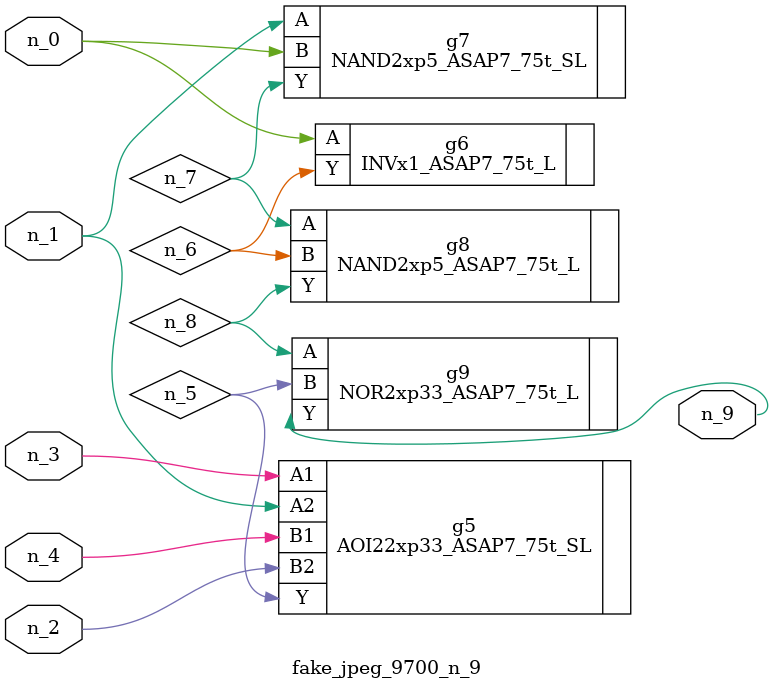
<source format=v>
module fake_jpeg_9700_n_9 (n_3, n_2, n_1, n_0, n_4, n_9);

input n_3;
input n_2;
input n_1;
input n_0;
input n_4;

output n_9;

wire n_8;
wire n_6;
wire n_5;
wire n_7;

AOI22xp33_ASAP7_75t_SL g5 ( 
.A1(n_3),
.A2(n_1),
.B1(n_4),
.B2(n_2),
.Y(n_5)
);

INVx1_ASAP7_75t_L g6 ( 
.A(n_0),
.Y(n_6)
);

NAND2xp5_ASAP7_75t_SL g7 ( 
.A(n_1),
.B(n_0),
.Y(n_7)
);

NAND2xp5_ASAP7_75t_L g8 ( 
.A(n_7),
.B(n_6),
.Y(n_8)
);

NOR2xp33_ASAP7_75t_L g9 ( 
.A(n_8),
.B(n_5),
.Y(n_9)
);


endmodule
</source>
